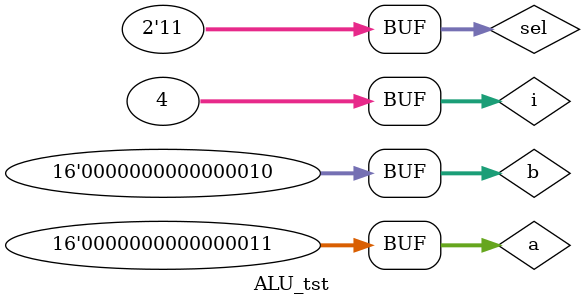
<source format=v>
`timescale 1ns / 1ps


module ALU_tst;

	// Inputs
	reg [15:0] a;
	reg [15:0] b;
	reg [1:0] sel;

	// Outputs
	wire [15:0] ALU_Result;
	wire c;
	integer i;

	// Instantiate the Unit Under Test (UUT)
	ALU uut (
		.a(a), 
		.b(b), 
		.sel(sel), 
		.ALU_Result(ALU_Result), 
		.c(c)
	);

	initial begin
		// Initialize Inputs
		a = 3;
		b = 2;
		sel = -1;
		for(i=0;i<4;i=i+1)
		begin
		sel = sel + 2'b01;
		#50;
		end

	end
      
endmodule


</source>
